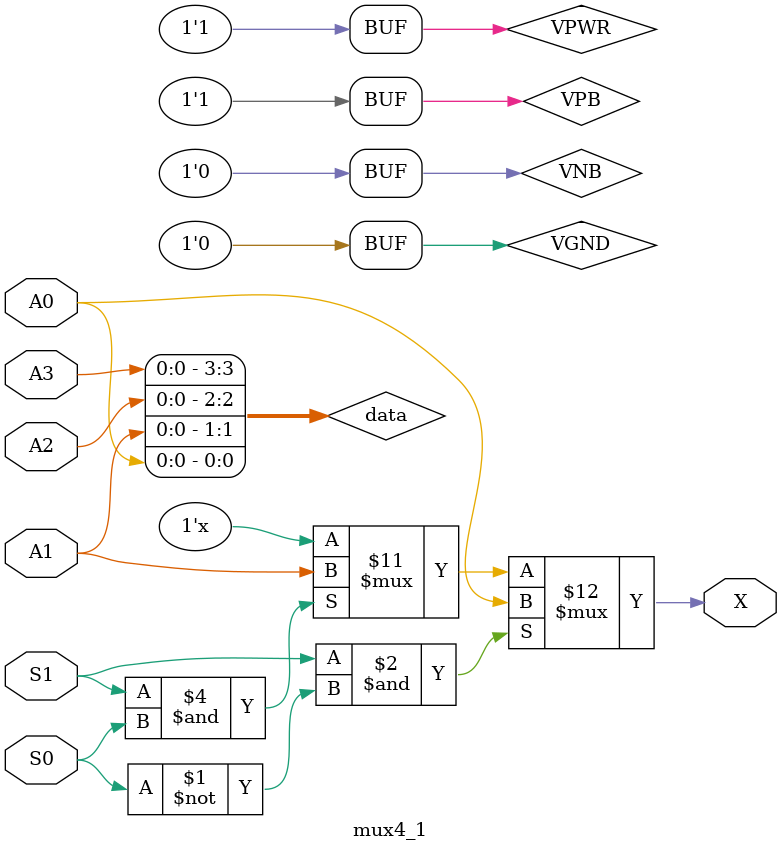
<source format=v>
module mux4_1 (
    X ,
    A0,
    A1,
    A2,
    A3,
    S0,
    S1
);

    output X ;
    input  A0;
    input  A1;
    input  A2;
    input  A3;
    input  S0;
    input  S1;

    // Voltage supply signals
    supply1 VPWR;
    supply0 VGND;
    supply1 VPB ;
    supply0 VNB ;

    wire [3:0] data;
    
    assign data[0] = A0;
    assign data[1] = A1;
    assign data[2] = A2;
    assign data[3] = A3;
    
    assign X = (S1 & S0 == 2'b00) ? data[0] :
               (S1 & S0 == 2'b01) ? data[1] :
               (S1 & S0 == 2'b10) ? data[2] :
               (S1 & S0 == 2'b11) ? data[3] : 1'bx;

endmodule
</source>
